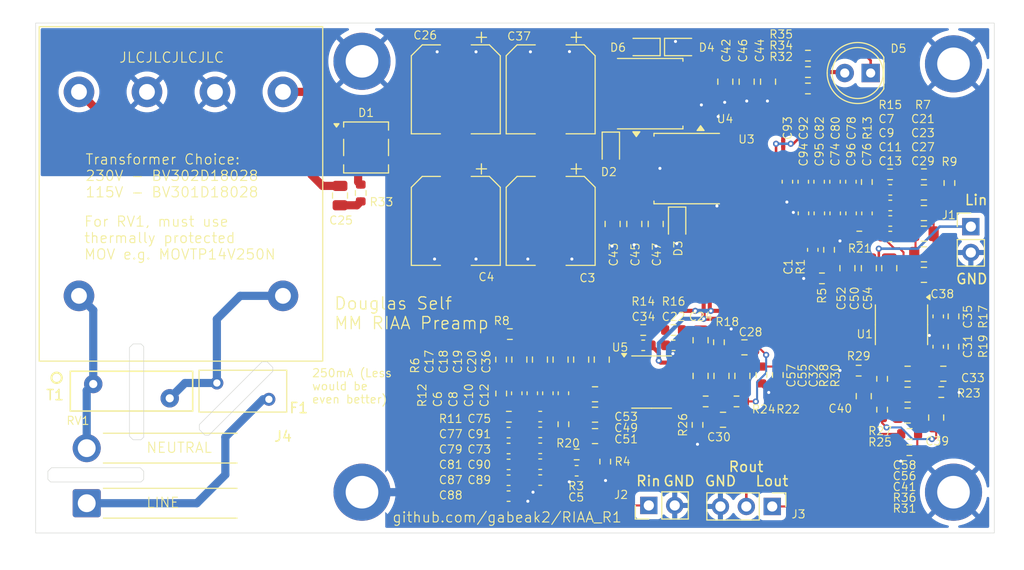
<source format=kicad_pcb>
(kicad_pcb (version 20241229) (generator "pcbnew") (generator_version "9.0")
  (layers (0 "F.Cu" signal) (2 "B.Cu" signal) (13 "F.Paste" user) (15 "B.Paste" user) (5 "F.SilkS" user "F.Silkscreen") (7 "B.SilkS" user "B.Silkscreen") (1 "F.Mask" user) (3 "B.Mask" user) (25 "Edge.Cuts" user))
  (net 0 "")
  (net 1 "GND")
  (net 2 "Net-(D1-+)")
  (net 3 "Net-(C11-Pad2)")
  (net 4 "Net-(C10-Pad2)")
  (net 5 "Net-(C17-Pad2)")
  (net 6 "Net-(C21-Pad2)")
  (net 7 "Net-(C22-Pad2)")
  (net 8 "Net-(C24-Pad1)")
  (net 9 "Net-(C25-Pad2)")
  (net 10 "Net-(C25-Pad1)")
  (net 11 "Net-(D1--)")
  (net 12 "Net-(C28-Pad1)")
  (net 13 "Net-(C32-Pad1)")
  (net 14 "-15V")
  (net 15 "+15V")
  (net 16 "Net-(C73-Pad1)")
  (net 17 "Net-(D1-Pad2)")
  (net 18 "Net-(D5-A)")
  (net 19 "Net-(F1-Pad2)")
  (net 20 "LINE")
  (net 21 "NEUT")
  (net 22 "Net-(R6-Pad2)")
  (net 23 "Net-(R11-Pad2)")
  (net 24 "Net-(R13-Pad2)")
  (net 25 "Net-(R14-Pad2)")
  (net 26 "Net-(R22-Pad1)")
  (net 27 "/OUTL")
  (net 28 "/OUTR")
  (net 29 "/Right/IN")
  (net 30 "Net-(U1A--)")
  (net 31 "Net-(U5A--)")
  (net 32 "Net-(U1B-+)")
  (net 33 "Net-(C31-Pad2)")
  (net 34 "Net-(U1B--)")
  (net 35 "Net-(C33-Pad1)")
  (net 36 "Net-(C39-Pad1)")
  (net 37 "Net-(U5B-+)")
  (net 38 "Net-(C41-Pad1)")
  (net 39 "Net-(U5B--)")
  (net 40 "Net-(U1A-+)")
  (net 41 "Net-(U5A-+)")
  (net 42 "Net-(C74-Pad1)")
  (net 43 "Net-(R7-Pad2)")
  (net 44 "Net-(R17-Pad2)")
  (net 45 "Net-(R25-Pad1)")
  (net 46 "/Left/IN")
  (footprint "Capacitor_SMD:C_0603_1608Metric" (layer "F.Cu") (at 152.9 54.36 90)
    (property "Reference" "C74")
    (property "Value" "22uF")
  )
  (footprint "Capacitor_SMD:C_0805_2012Metric" (layer "F.Cu") (at 163.5 70.085)
    (property "Reference" "C33")
    (property "Value" "470n")
  )
  (footprint "Resistor_SMD:R_0603_1608Metric" (layer "F.Cu") (at 134.075 65.8)
    (property "Reference" "R14")
    (property "Value" "470")
  )
  (footprint "Capacitor_SMD:C_0805_2012Metric" (layer "F.Cu") (at 161.6 54.335)
    (property "Reference" "C23")
    (property "Value" "10n")
  )
  (footprint "Capacitor_SMD:C_0805_2012Metric" (layer "F.Cu") (at 144 67.5 180)
    (property "Reference" "C28")
    (property "Value" "470n")
  )
  (footprint "Capacitor_SMD:C_0603_1608Metric" (layer "F.Cu") (at 120.875 77.418334)
    (property "Reference" "C79")
    (property "Value" "22uF")
  )
  (footprint "Capacitor_SMD:C_0805_2012Metric" (layer "F.Cu") (at 161.6 52.315)
    (property "Reference" "C21")
    (property "Value" "10n")
  )
  (footprint "Capacitor_SMD:C_0603_1608Metric" (layer "F.Cu") (at 158.3 55.11)
    (property "Reference" "C11")
    (property "Value" "4.7n")
  )
  (footprint "Capacitor_SMD:C_0603_1608Metric" (layer "F.Cu") (at 120.875 80.531667)
    (property "Reference" "C87")
    (property "Value" "22uF")
  )
  (footprint "Resistor_SMD:R_0603_1608Metric" (layer "F.Cu") (at 164.5 67.435 -90)
    (property "Reference" "R19")
    (property "Value" "68")
  )
  (footprint "Diode_SMD:D_SOD-323" (layer "F.Cu") (at 130.9 48 -90)
    (property "Reference" "D2")
    (property "Value" "1N5819WS")
  )
  (footprint "Capacitor_SMD:C_0603_1608Metric" (layer "F.Cu") (at 148.211666 51.26 -90)
    (property "Reference" "C93")
    (property "Value" "22uF")
  )
  (footprint "Resistor_SMD:R_0603_1608Metric" (layer "F.Cu") (at 120.14 68.7 90)
    (property "Reference" "R6")
    (property "Value" "62k")
  )
  (footprint "Capacitor_SMD:C_0805_2012Metric" (layer "F.Cu") (at 146.3147 41.45 90)
    (property "Reference" "C44")
    (property "Value" "10u")
  )
  (footprint "Capacitor_SMD:C_0805_2012Metric" (layer "F.Cu") (at 142.125 41.45 90)
    (property "Reference" "C42")
    (property "Value" "100n")
  )
  (footprint "Capacitor_SMD:C_0603_1608Metric" (layer "F.Cu") (at 123.975 77.4 180)
    (property "Reference" "C73")
    (property "Value" "22uF")
  )
  (footprint "Capacitor_SMD:C_0805_2012Metric" (layer "F.Cu") (at 161.6 60.395)
    (property "Reference" "C38")
    (property "Value" "10n")
  )
  (footprint "MountingHole:MountingHole_3.2mm_M3_DIN965_Pad" (layer "F.Cu") (at 106.5 81.7)
    (property "Reference" "H2" (hide yes))
    (property "Value" "MountingHole_Pad")
  )
  (footprint "Capacitor_SMD:C_0805_2012Metric" (layer "F.Cu") (at 154.1 59.735 -90)
    (property "Reference" "C52")
    (property "Value" "10u")
  )
  (footprint "Capacitor_SMD:C_0603_1608Metric" (layer "F.Cu") (at 156.013333 54.36 90)
    (property "Reference" "C76")
    (property "Value" "22uF")
  )
  (footprint "Capacitor_SMD:C_0603_1608Metric" (layer "F.Cu") (at 151.343333 54.36 90)
    (property "Reference" "C95")
    (property "Value" "22uF")
  )
  (footprint "Capacitor_SMD:CP_Elec_8x10.5" (layer "F.Cu") (at 125 42.2 -90)
    (property "Reference" "C37")
    (property "Value" "220u")
  )
  (footprint "Capacitor_SMD:C_0603_1608Metric" (layer "F.Cu") (at 120.875 82.088334)
    (property "Reference" "C88")
    (property "Value" "22uF")
  )
  (footprint "Capacitor_SMD:C_0805_2012Metric" (layer "F.Cu") (at 129.35 76.2)
    (property "Reference" "C51")
    (property "Value" "10u")
  )
  (footprint "Capacitor_SMD:C_0805_2012Metric" (layer "F.Cu") (at 160 70.085 180)
    (property "Reference" "C58")
    (property "Value" "2.2uF")
  )
  (footprint "Resistor_SMD:R_0603_1608Metric" (layer "F.Cu") (at 164.1 51.385 -90)
    (property "Reference" "R9")
    (property "Value" "1.5k")
  )
  (footprint "Capacitor_SMD:C_0603_1608Metric" (layer "F.Cu") (at 150.7 57.935 90)
    (property "Reference" "C1")
    (property "Value" "100p")
  )
  (footprint "Capacitor_SMD:C_0603_1608Metric" (layer "F.Cu") (at 149.768333 51.26 -90)
    (property "Reference" "C92")
    (property "Value" "22uF")
  )
  (footprint "Capacitor_SMD:C_0603_1608Metric" (layer "F.Cu") (at 120.875 75.861667)
    (property "Reference" "C77")
    (property "Value" "22uF")
  )
  (footprint "Capacitor_SMD:C_0805_2012Metric" (layer "F.Cu") (at 131.075 55.4 90)
    (property "Reference" "C43")
    (property "Value" "100n")
  )
  (footprint "Capacitor_SMD:CP_Elec_8x10.5" (layer "F.Cu") (at 115.7 55.1 -90)
    (property "Reference" "C4")
    (property "Value" "220u")
  )
  (footprint "Capacitor_SMD:C_0603_1608Metric" (layer "F.Cu") (at 158.3 52.06)
    (property "Reference" "C7")
    (property "Value" "4.7n")
  )
  (footprint "Resistor_SMD:R_0603_1608Metric" (layer "F.Cu") (at 120.9 74.3 180)
    (property "Reference" "R11")
    (property "Value" "5.1k")
  )
  (footprint "Capacitor_SMD:C_0805_2012Metric" (layer "F.Cu") (at 141.9 74.6)
    (property "Reference" "C30")
    (property "Value" "470n")
  )
  (footprint "Varistor:RV_Disc_D12mm_W3.9mm_P7.5mm" (layer "F.Cu") (at 87.648 72.494 180)
    (property "Reference" "RV1")
    (property "Value" "Varistor Thermally Protected")
  )
  (footprint "LED_THT:LED_D5.0mm" (layer "F.Cu") (at 156.375 40.6 180)
    (property "Reference" "D5")
    (property "Value" "LED")
  )
  (footprint "Resistor_SMD:R_0603_1608Metric" (layer "F.Cu") (at 139.4 75.1 90)
    (property "Reference" "R26")
    (property "Value" "82k")
  )
  (footprint "MountingHole:MountingHole_3.2mm_M3_DIN965_Pad" (layer "F.Cu") (at 106.5 39.45)
    (property "Reference" "H1" (hide yes))
    (property "Value" "MountingHole_Pad")
  )
  (footprint "Capacitor_SMD:C_0603_1608Metric" (layer "F.Cu") (at 121.675 72 90)
    (property "Reference" "C6")
    (property "Value" "4.7n")
  )
  (footprint "Capacitor_SMD:C_0805_2012Metric" (layer "F.Cu") (at 144.21985 41.45 90)
    (property "Reference" "C46")
    (property "Value" "10u")
  )
  (footprint "Diode_SMD:D_SOD-323" (layer "F.Cu") (at 137.775 38.05)
    (property "Reference" "D4")
    (property "Value" "1N5819WS")
  )
  (footprint "Capacitor_SMD:C_0603_1608Metric" (layer "F.Cu") (at 123.975 75.843334 180)
    (property "Reference" "C91")
    (property "Value" "22uF")
  )
  (footprint "Capacitor_SMD:C_0805_2012Metric" (layer "F.Cu") (at 104.345 52.617 90)
    (property "Reference" "C25")
    (property "Value" "470n")
  )
  (footprint "Capacitor_SMD:C_0603_1608Metric" (layer "F.Cu") (at 149.786666 54.36 90)
    (property "Reference" "C94")
    (property "Value" "22uF")
  )
  (footprint "Resistor_SMD:R_0603_1608Metric" (layer "F.Cu") (at 151.6 60.735 180)
    (property "Reference" "R5")
    (property "Value" "68k")
  )
  (footprint "Diode_SMD:D_SOD-323" (layer "F.Cu") (at 137.4 55.35 -90)
    (property "Reference" "D3")
    (property "Value" "1N5819WS")
  )
  (footprint "Resistor_SMD:R_0603_1608Metric" (layer "F.Cu") (at 137.05 65.8)
    (property "Reference" "R16")
    (property "Value" "68")
  )
  (footprint "Capacitor_SMD:C_0805_2012Metric" (layer "F.Cu") (at 161.6 56.355)
    (property "Reference" "C27")
    (property "Value" "10n")
  )
  (footprint "Resistor_SMD:R_0603_1608Metric" (layer "F.Cu") (at 106.377 52.363 90)
    (property "Reference" "R33")
    (property "Value" "120")
  )
  (footprint "Capacitor_SMD:C_0603_1608Metric" (layer "F.Cu") (at 123.975 74.286667 180)
    (property "Reference" "C75")
    (property "Value" "22uF")
  )
  (footprint "Capacitor_SMD:C_0603_1608Metric" (layer "F.Cu") (at 154.456666 54.36 90)
    (property "Reference" "C96")
    (property "Value" "22uF")
  )
  (footprint "MountingHole:MountingHole_3.2mm_M3_DIN965_Pad" (layer "F.Cu") (at 164.5 81.7)
    (property "Reference" "H4" (hide yes))
    (property "Value" "MountingHole_Pad")
  )
  (footprint "Resistor_SMD:R_0603_1608Metric" (layer "F.Cu") (at 150.225 42.115 180)
    (property "Reference" "R32")
    (property "Value" "47k")
  )
  (footprint "Capacitor_SMD:C_0603_1608Metric" (layer "F.Cu") (at 154.438333 51.26 -90)
    (property "Reference" "C78")
    (property "Value" "22uF")
  )
  (footprint "Capacitor_SMD:C_0603_1608Metric" (layer "F.Cu") (at 126.25 72 90)
    (property "Reference" "C12")
    (property "Value" "220p")
  )
  (footprint "Capacitor_SMD:C_0603_1608Metric" (layer "F.Cu") (at 123.2 72 90)
    (property "Reference" "C8")
    (property "Value" "4.7n")
  )
  (footprint "Package_SO:SOIC-8_3.9x4.9mm_P1.27mm" (layer "F.Cu") (at 134.9 70.9)
    (property "Reference" "U5")
    (property "Value" "NE5532")
  )
  (footprint "Package_TO_SOT_SMD:TO-252-2" (layer "F.Cu") (at 134.66 42.625 180)
    (property "Reference" "U4")
    (property "Value" "MC79M15_TO252")
  )
  (footprint "Resistor_SMD:R_0603_1608Metric" (layer "F.Cu") (at 147.271 70.207 90)
    (property "Reference" "R30")
    (property "Value" "100")
  )
  (footprint "Resistor_SMD:R_0603_1608Metric" (layer "F.Cu") (at 155.2 69.785)
    (property "Reference" "R29")
    (property "Value" "82k")
  )
  (footprint "Resistor_SMD:R_0603_1608Metric" (layer "F.Cu") (at 164.5 64.46 -90)
    (property "Reference" "R17")
    (property "Value" "470")
  )
  (footprint "Resistor_SMD:R_0603_1608Metric" (layer "F.Cu") (at 120.15 72.025 90)
    (property "Reference" "R12")
    (property "Value" "120")
  )
  (footprint "Resistor_SMD:R_0603_1608Metric" (layer "F.Cu") (at 160.2 75.985)
    (property "Reference" "R36")
    (property "Value" "100")
  )
  (footprint "Capacitor_SMD:C_0603_1608Metric" (layer "F.Cu") (at 127.55 79.6 180)
    (property "Reference" "C5")
    (property "Value" "100p")
  )
  (footprint "Package_SO:SOIC-8_3.9x4.9mm_P1.27mm" (layer "F.Cu") (at 159.4 65.285 -90)
    (property "Reference" "U1")
    (property "Value" "NE5532")
  )
  (footprint "Capacitor_SMD:C_0805_2012Metric" (layer "F.Cu") (at 121.93 68.7 90)
    (property "Reference" "C17")
    (property "Value" "10n")
  )
  (footprint "MountingHole:MountingHole_3.2mm_M3_DIN965_Pad" (layer "F.Cu") (at 164.5 39.7)
    (property "Reference" "H3" (hide yes))
    (property "Value" "MountingHole_Pad")
  )
  (footprint "Resistor_SMD:R_0603_1608Metric" (layer "F.Cu") (at 157.5 70.585 -90)
    (property "Reference" "R27")
    (property "Value" "47k")
  )
  (footprint "Capacitor_SMD:C_0603_1608Metric" (layer "F.Cu") (at 158.3 56.635)
    (property "Reference" "C13")
    (property "Value" "220p")
  )
  (footprint "Capacitor_SMD:C_0805_2012Metric" (layer "F.Cu") (at 162.8 74.385 90)
    (property "Reference" "C39")
    (property "Value" "470n")
  )
  (footprint "Capacitor_SMD:C_0805_2012Metric" (layer "F.Cu") (at 156.2 59.735 -90)
    (property "Reference" "C50")
    (property "Value" "10u")
  )
  (footprint "Capacitor_SMD:C_0805_2012Metric" (layer "F.Cu") (at 125.97 68.7 90)
    (property "Reference" "C19")
    (property "Value" "10n")
  )
  (footprint "Package_TO_SOT_SMD:TO-269AA" (layer "F.Cu") (at 106.9 47.9)
    (property "Reference" "D1")
    (property "Value" "MB10S")
  )
  (footprint "Capacitor_SMD:C_0805_2012Metric" (layer "F.Cu") (at 135.3 55.4 90)
    (property "Reference" "C47")
    (property "Value" "10u")
  )
  (footprint "Capacitor_SMD:C_0805_2012Metric" (layer "F.Cu") (at 133.2 55.4 90)
    (property "Reference" "C45")
    (property "Value" "10u")
  )
  (footprint "Capacitor_SMD:C_0603_1608Metric" (layer "F.Cu") (at 158.3 53.585)
    (property "Reference" "C9")
    (property "Value" "4.7n")
  )
  (footprint "Capacitor_SMD:C_0805_2012Metric" (layer "F.Cu") (at 127.99 68.7 90)
    (property "Reference" "C20")
    (property "Value" "10n")
  )
  (footprint "Connector_Wire:SolderWire-1sqmm_1x02_P5.4mm_D1.4mm_OD2.7mm_Relief" (layer "F.Cu") (at 79.509 82.782 90)
    (property "Reference" "J4")
    (property "Value" "Conn_01x02")
  )
  (footprint "Capacitor_SMD:C_0805_2012Metric" (layer "F.Cu") (at 158.2 59.735 -90)
    (property "Reference" "C54")
    (property "Value" "2.2u")
  )
  (footprint "Capacitor_SMD:CP_Elec_8x10.5" (layer "F.Cu") (at 125 55.1 -90)
    (property "Reference" "C3")
    (property "Value" "220u")
  )
  (footprint "Connector_PinHeader_2.54mm:PinHeader_1x02_P2.54mm_Vertical" (layer "F.Cu") (at 134.625 83 90)
    (property "Reference" "J2")
    (property "Value" "Conn_01x02")
  )
  (footprint "Resistor_SMD:R_0603_1608Metric" (layer "F.Cu") (at 140.2 72.8)
    (property "Reference" "R24")
    (property "Value" "47k")
  )
  (footprint "Capacitor_SMD:C_0805_2012Metric" (layer "F.Cu") (at 141.75 70.3 -90)
    (property "Reference" "C55")
    (property "Value" "22uF")
  )
  (footprint "gabe_transformers:BV302D18028" (layer "F.Cu") (at 88.75 52.45 90)
    (property "Reference" "T1")
    (property "Value" "BV302D18028")
  )
  (footprint "Capacitor_SMD:C_0603_1608Metric" (layer "F.Cu") (at 137.05 67.3)
    (property "Reference" "C22")
    (property "Value" "4.7n")
  )
  (footprint "Resistor_SMD:R_0603_1608Metric" (layer "F.Cu") (at 141.5 67 -90)
    (property "Reference" "R18")
    (property "Value" "12k")
  )
  (footprint "Fuse:Fuse_BelFuse_0ZRE0008FF_L8.3mm_W3.8mm" (layer "F.Cu") (at 97.37 72.594 180)
    (property "Reference" "F1")
    (property "Value" "Fuse 250mA Slow-Blow")
  )
  (footprint "Resistor_SMD:R_0603_1608Metric" (layer "F.Cu") (at 156 51.285 90)
    (property "Reference" "R13")
    (property "Value" "5.1k")
  )
  (footprint "Diode_SMD:D_SOD-323" (layer "F.Cu") (at 134.125 38.05 180)
    (property "Reference" "D6")
    (property "Value" "1N5819WS")
  )
  (footprint "Capacitor_SMD:C_0805_2012Metric" (layer "F.Cu") (at 143.8 70.3 -90)
    (property "Reference" "C32")
    (property "Value" "22uF")
  )
  (footprint "Capacitor_SMD:C_0603_1608Metric" (layer "F.Cu") (at 123.975 78.956667 180)
    (property "Reference" "C90")
    (property "Value" "22uF")
  )
  (footprint "Capacitor_SMD:C_0805_2012Metric" (layer "F.Cu") (at 161.6 58.375)
    (property "Reference" "C29")
    (property "Value" "10n")
  )
  (footprint "Connector_PinHeader_2.54mm:PinHeader_1x02_P2.54mm_Vertical" (layer "F.Cu") (at 166.2 55.66)
    (property "Reference" "J1")
    (property "Value" "Conn_01x02")
  )
  (footprint "Resistor_SMD:R_0603_1608Metric" (layer "F.Cu") (at 127.55 78 180)
    (property "Reference" "R3")
    (property "Value" "220k")
  )
  (footprint "Capacitor_SMD:C_0805_2012Metric" (layer "F.Cu") (at 130.01 68.7 90)
    (property "Reference" "C36")
    (property "Value" "10n")
  )
  (footprint "Capacitor_SMD:C_0805_2012Metric" (layer "F.Cu") (at 155.7 72.285 -90)
    (property "Reference" "C40")
    (property "Value" "470n")
  )
  (footprint "Resistor_SMD:R_0603_1608Metric" (layer "F.Cu") (at 155.263333 56.635)
    (property "Reference" "R21")
    (property "Value" "220")
  )
  (footprint "Resistor_SMD:R_0603_1608Metric" (layer "F.Cu") (at 145.6705 70.207 90)
    (property "Reference" "R28")
    (property "Value" "22k")
  )
  (footprint "Capacitor_SMD:C_0805_2012Metric" (layer "F.Cu") (at 129.35 74.1)
    (property "Reference" "C49")
    (property "Value" "10u")
  )
  (footprint "Capacitor_SMD:C_0805_2012Metric" (layer "F.Cu") (at 160 74.185 180)
    (property "Reference" "C41")
    (property "Value" "22uF")
  )
  (footprint "Capacitor_SMD:C_0805_2012Metric" (layer "F.Cu") (at 139.7 70.3 -90)
    (property "Reference" "C57")
    (property "Value" "2.2uF")
  )
  (footprint "Connector_PinHeader_2.54mm:PinHeader_1x03_P2.54mm_Vertical" (layer "F.Cu") (at 146.725 83.1 -90)
    (property "Reference" "J3")
    (property "Value" "Conn_01x03")
  )
  (footprint "Resistor_SMD:R_0603_1608Metric" (layer "F.Cu") (at 126.25 75.036667 90)
    (property "Reference" "R20")
    (property "Value" "220")
  )
  (footprint "Resistor_SMD:R_0603_1608Metric" (layer "F.Cu") (at 157.5 73.61 -90)
    (property "Reference" "R25")
    (property "Value" "200")
  )
  (footprint "Resistor_SMD:R_0603_1608Metric" (layer "F.Cu") (at 130.35 78.7 -90)
    (property "Reference" "R4")
    (property "Value" "68k")
  )
  (footprint "Resistor_SMD:R_0603_1608Metric" (layer "F.Cu") (at 121 66.2)
    (property "Reference" "R8")
    (property "Value" "1.5k")
  )
  (footprint "Capacitor_SMD:C_0603_1608Metric" (layer "F.Cu") (at 163 67.435 -90)
    (property "Reference" "C31")
    (property "Value" "4.7n")
  )
  (footprint "Capacitor_SMD:C_0603_1608Metric" (layer "F.Cu") (at 124.725 72 90)
    (property "Reference" "C10")
    (property "Value" "4.7n")
  )
  (footprint "Capacitor_SMD:C_0603_1608Metric" (layer "F.Cu") (at 151.325 51.26 -90)
    (property "Reference" "C82")
    (property "Value" "22uF")
  )
  (footprint "Capacitor_SMD:C_0603_1608Metric" (layer "F.Cu") (at 120.875 78.975)
    (property "Reference" "C81")
    (property "Value" "22uF")
  )
  (footprint "Resistor_SMD:R_0603_1608Metric" (layer "F.Cu") (at 160.175 77.585)
    (property "Reference" "R31")
    (property "Value" "22k")
  )
  (footprint "Resistor_SMD:R_0603_1608Metric" (layer "F.Cu") (at 163.3 71.885 180)
    (property "Reference" "R23")
    (property "Value" "12k")
  )
  (footprint "Capacitor_SMD:C_0603_1608Metric" (layer "F.Cu") (at 163 64.46 -90)
    (property "Reference" "C35")
    (property "Value" "100n")
  )
  (footprint "Capacitor_SMD:CP_Elec_8x10.5" (layer "F.Cu") (at 115.7 42.2 -90)
    (property "Reference" "C26")
    (property "Value" "220u")
  )
  (footprint "Resistor_SMD:R_0603_1608Metric" (layer "F.Cu") (at 158.275 50.535)
    (property "Reference" "R15")
    (property "Value" "120")
  )
  (footprint "Resistor_SMD:R_0603_1608Metric" (layer "F.Cu") (at 150.225 38.9 180)
    (property "Reference" "R35")
    (property "Value" "47k")
  )
  (footprint "Capacitor_SMD:C_0805_2012Metric" (layer "F.Cu") (at 160 72.135 180)
    (property "Reference" "C56")
    (property "Value" "22uF")
  )
  (footprint "Resistor_SMD:R_0603_1608Metric" (layer "F.Cu") (at 143.225 72.8)
    (property "Reference" "R22")
    (property "Value" "200")
  )
  (footprint "Capacitor_SMD:C_0603_1608Metric" (layer "F.Cu") (at 123.975 80.513334 180)
    (property "Reference" "C89")
    (property "Value" "22uF")
  )
  (footprint "Capacitor_SMD:C_0603_1608Metric" (layer "F.Cu") (at 152.881666 51.26 -90)
    (property "Reference" "C80")
    (property "Value" "22uF")
  )
  (footprint "Resistor_SMD:R_0603_1608Metric" (layer "F.Cu") (at 152.3 57.935 90)
    (property "Reference" "R1")
    (property "Value" "220k")
  )
  (footprint "Capacitor_SMD:C_0805_2012Metric" (layer "F.Cu") (at 139.7 66.8 90)
    (property "Reference" "C24")
    (property "Value" "470n")
  )
  (footprint "Resistor_SMD:R_0603_1608Metric" (layer "F.Cu") (at 150.225 40.5075 180)
    (property "Reference" "R34")
    (property "Value" "47k")
  )
  (footprint "Capacitor_SMD:C_0603_1608Metric" (layer "F.Cu") (at 134.075 67.3)
    (property "Reference" "C34")
    (property "Value" "100n")
  )
  (footprint "Resistor_SMD:R_0603_1608Metric" (layer "F.Cu") (at 161.6 50.525)
    (property "Reference" "R7")
    (property "Value" "62k")
  )
  (footprint "Package_TO_SOT_SMD:TO-252-2" (layer "F.Cu") (at 138.44 49.9725)
    (property "Reference" "U3")
    (property "Value" "MC78M15_TO252")
  )
  (footprint "Capacitor_SMD:C_0805_2012Metric" (layer "F.Cu") (at 129.35 72.1)
    (property "Reference" "C53")
    (property "Value" "2.2u")
  )
  (footprint "Capacitor_SMD:C_0805_2012Metric" (layer "F.Cu") (at 123.95 68.7 90)
    (property "Reference" "C18")
    (property "Value" "10n")
  )
  (gr_poly (pts (xy 90.5538 75.066301) (xy 90.5538 75.561276) (xy 91.110647 76.118122) (xy 91.481878 76.118122) (xy 97.75745 69.84255) (xy 97.75745 69.471319) (xy 97.200604 68.914472) (xy 96.705629 68.914472)) (stroke (width 0.05)) (fill no) (layer "Edge.Cuts"))
  (gr_poly (pts (xy 83.7 76.2125) (xy 84.05 76.5625) (xy 84.8375 76.5625) (xy 85.1 76.3) (xy 85.1 67.425) (xy 84.8375 67.1625) (xy 84.05 67.1625) (xy 83.7 67.5125)) (stroke (width 0.05)) (fill no) (layer "Edge.Cuts"))
  (gr_rect (start 74.5 35.7) (end 168.5 85.7) (stroke (width 0.05)) (fill no) (layer "Edge.Cuts"))
  (gr_poly (pts (xy 76.05 79.3) (xy 75.7 79.65) (xy 75.7 80.4375) (xy 75.9625 80.7) (xy 84.8375 80.7) (xy 85.1 80.4375) (xy 85.1 79.65) (xy 84.75 79.3)) (stroke (width 0.05)) (fill no) (layer "Edge.Cuts"))
  (gr_text "GND" (at 140.032 81.192 0) (layer "F.SilkS") (effects (font (size 1 1)) (justify left bottom)))
  (gr_text "GND" (at 135.968 81.192 0) (layer "F.SilkS") (effects (font (size 1 1)) (justify left bottom)))
  (gr_text "Rin" (at 133.301 81.192 0) (layer "F.SilkS") (effects (font (size 1 1)) (justify left bottom)))
  (gr_text "NEUTRAL" (at 85.295 77.9215 0) (layer "F.SilkS") (effects (font (size 1 1) (thickness 0.1)) (justify left bottom)))
  (gr_text "For RV1, must use \nthermally protected \nMOV e.g. MOVTP14V250N" (at 79.199 58.967 0) (layer "F.SilkS") (effects (font (size 1 1) (thickness 0.1)) (justify left bottom)))
  (gr_text "250mA (Less \nwould be \neven better)" (at 101.551 73.064 0) (layer "F.SilkS") (effects (font (size 0.8 0.8) (thickness 0.1)) (justify left bottom)))
  (gr_text "Lout" (at 145.004762 81.192 0) (layer "F.SilkS") (effects (font (size 1 1)) (justify left bottom)))
  (gr_text "github.com/gabeak2/RIAA_R1" (at 109.425 84.748 0) (layer "F.SilkS") (effects (font (size 1 1) (thickness 0.1)) (justify left bottom)))
  (gr_text "GND" (at 164.67 61.38 0) (layer "F.SilkS") (effects (font (size 1 1)) (justify left bottom)))
  (gr_text "Rout" (at 142.369524 79.795 0) (layer "F.SilkS") (effects (font (size 1 1)) (justify left bottom)))
  (gr_text "LINE" (at 85.295 83.3215 0) (layer "F.SilkS") (effects (font (size 1 1) (thickness 0.1)) (justify left bottom)))
  (gr_text "Lin" (at 165.527143 53.633 0) (layer "F.SilkS") (effects (font (size 1 1)) (justify left bottom)))
  (gr_text "JLCJLCJLCJLC" (at 82.628 39.663 0) (layer "F.SilkS") (effects (font (size 1 1) (thickness 0.1)) (justify left bottom)))
  (gr_text "Transformer Choice:\n230V - BV302D18028 \n115V - BV301D18028" (at 79.326 52.871 0) (layer "F.SilkS") (effects (font (size 1 1) (thickness 0.1)) (justify left bottom)))
  (gr_text "Douglas Self\nMM RIAA Preamp" (at 103.71 65.825 0) (layer "F.SilkS") (effects (font (size 1.2 1.2) (thickness 0.12)) (justify left bottom)))
  (segment (start 151.325 53.566667) (end 151.343333 53.585) (width 0.2) (layer "F.Cu") (net 1))
  (segment (start 126.775 79.6) (end 126.775 80.635) (width 0.2) (layer "F.Cu") (net 1))
  (segment (start 137.4 57.281) (end 137.365 57.316) (width 0.25) (layer "F.Cu") (net 1))
  (segment (start 148.211666 53.200334) (end 148.16 53.252) (width 0.2) (layer "F.Cu") (net 1))
  (segment (start 123.181667 78.975) (end 123.2 78.956667) (width 0.2) (layer "F.Cu") (net 1))
  (segment (start 139.7 49.9725) (end 135.7365 49.9725) (width 0.8) (layer "F.Cu") (net 1))
  (segment (start 133.2 56.35) (end 133.2 57.417) (width 0.4) (layer "F.Cu") (net 1))
  (segment (start 150.775 60.735) (end 149.821 60.735) (width 0.25) (layer "F.Cu") (net 1))
  (segment (start 121.65 80.531667) (end 123.181667 80.531667) (width 0.2) (layer "F.Cu") (net 1))
  (segment (start 145.62 71.0825) (end 145.6705 71.032) (width 0.25) (layer "F.Cu") (net 1))
  (segment (start 123.181667 75.861667) (end 123.2 75.843334) (width 0.2) (layer "F.Cu") (net 1))
  (segment (start 123.2 80.513334) (end 123.2 81.632) (width 0.2) (layer "F.Cu") (net 1))
  (segment (start 152.3 57.11) (end 153.319 57.11) (width 0.2) (layer "F.Cu") (net 1))
  (segment (start 125 58.8) (end 127.038 58.8) (width 0.8) (layer "F.Cu") (net 1))
  (segment (start 136.725 38.017) (end 137.238 37.504) (width 0.4) (layer "F.Cu") (net 1))
  (segment (start 139.4 76.998) (end 139.397 77.001) (width 0.25) (layer "F.Cu") (net 1))
  (segment (start 141.5 66.175) (end 142.222 66.175) (width 0.25) (layer "F.Cu") (net 1))
  (segment (start 139.7 44.905) (end 139.7 43.805) (width 0.4) (layer "F.Cu") (net 1))
  (segment (start 148.211666 52.035) (end 148.211666 53.200334) (width 0.2) (layer "F.Cu") (net 1))
  (segment (start 136.275 67.3) (end 136.275 67.402) (width 0.25) (layer "F.Cu") (net 1))
  (segment (start 149.478 53.585) (end 148.795 54.268) (width 0.2) (layer "F.Cu") (net 1))
  (segment (start 142.222 66.175) (end 142.699 65.698) (width 0.25) (layer "F.Cu") (net 1))
  (segment (start 151.325 52.035) (end 151.325 53.566667) (width 0.2) (layer "F.Cu") (net 1))
  (segment (start 115.7 38.5) (end 113.89 38.5) (width 0.8) (layer "F.Cu") (net 1))
  (segment (start 145.62 71.159) (end 145.62 71.0825) (width 0.25) (layer "F.Cu") (net 1))
  (segment (start 121.65 75.861667) (end 123.181667 75.861667) (width 0.2) (layer "F.Cu") (net 1))
  (segment (start 165.051 71.921) (end 164.161 71.921) (width 0.25) (layer "F.Cu") (net 1))
  (segment (start 135.3 56.35) (end 135.3 57.537) (width 0.4) (layer "F.Cu") (net 1))
  (segment (start 136.275 67.402) (end 136.984 68.111) (width 0.25) (layer "F.Cu") (net 1))
  (segment (start 156.013333 53.585) (end 149.786666 53.585) (width 0.2) (layer "F.Cu") (net 1))
  (segment (start 141.375 53.56) (end 141.302 53.633) (width 0.8) (layer "F.Cu") (net 1))
  (segment (start 146.382 71.921) (end 145.62 71.159) (width 0.25) (layer "F.Cu") (net 1))
  (segment (start 123.181666 77.418334) (end 123.2 77.4) (width 0.2) (layer "F.Cu") (net 1))
  (segment (start 153.319 57.11) (end 153.367 57.062) (width 0.2) (layer "F.Cu") (net 1))
  (segment (start 117.64 58.8) (end 117.68 58.84) (width 0.8) (layer "F.Cu") (net 1))
  (segment (start 153.39 69.785) (end 153.367 69.762) (width 0.25) (layer "F.Cu") (net 1))
  (segment (start 164.161 71.921) (end 164.125 71.885) (width 0.25) (layer "F.Cu") (net 1))
  (segment (start 162.457 66.66) (end 162.13 66.333) (width 0.25) (layer "F.Cu") (net 1))
  (segment (start 139.7 44.905) (end 141.394 44.905) (width 0.4) (layer "F.Cu") (net 1))
  (segment (start 127.038 58.8) (end 127.078 58.84) (width 0.8) (layer "F.Cu") (net 1))
  (segment (start 137.4 56.4) (end 137.4 57.281) (width 0.4) (layer "F.Cu") (net 1))
  (segment (start 115.7 58.8) (end 117.64 58.8) (width 0.8) (layer "F.Cu") (net 1))
  (segment (start 135.3 57.537) (end 135.333 57.57) (width 0.25) (layer "F.Cu") (net 1))
  (segment (start 122.259334 82.088334) (end 122.76 82.589) (width 0.2) (layer "F.Cu") (net 1))
  (segment (start 126.844 38.5) (end 125 38.5) (width 0.8) (layer "F.Cu") (net 1))
  (segment (start 136.725 38.05) (end 136.725 38.017) (width 0.4) (layer "F.Cu") (net 1))
  (segment (start 146.3147 42.4) (end 146.3147 43.2863) (width 0.4) (layer "F.Cu") (net 1))
  (segment (start 115.7 58.8) (end 113.656 58.8) (width 0.8) (layer "F.Cu") (net 1))
  (segment (start 130.35 80.527) (end 130.38 80.557) (width 0.25) (layer "F.Cu") (net 1))
  (segment (start 133.2 57.417) (end 133.174 57.443) (width 0.25) (layer "F.Cu") (net 1))
  (segment (start 141.375 51.4975) (end 141.375 53.56) (width 0.8) (layer "F.Cu") (net 1))
  (segment (start 121.65 77.418334) (end 123.181666 77.418334) (width 0.2) (layer "F.Cu") (net 1))
  (segment (start 154.438333 53.566667) (end 154.456666 53.585) (width 0.2) (layer "F.Cu") (net 1))
  (segment (start 121.65 82.088334) (end 121.65 75.861667) (width 0.2) (layer "F.Cu") (net 1))
  (segment (start 139.4 75.925) (end 139.4 76.998) (width 0.25) (layer "F.Cu") (net 1))
  (segment (start 152.881666 53.566666) (end 152.9 53.585) (width 0.2) (layer "F.Cu") (net 1))
  (segment (start 131.075 56.35) (end 131.075 57.51) (width 0.4) (layer "F.Cu") (net 1))
  (segment (start 126.725 79.55) (end 126.775 79.6) (width 0.2) (layer "F.Cu") (net 1))
  (segment (start 159.35 77.585) (end 159.35 78.638) (width 0.25) (layer "F.Cu") (net 1))
  (segment (start 117.66 38.5) (end 117.68 38.52) (width 0.8) (layer "F.Cu") (net 1))
  (segment (start 154.375 69.785) (end 153.39 69.785) (width 0.25) (layer "F.Cu") (net 1))
  (segment (start 123.2 74.286667) (end 123.2 80.513334) (width 0.2) (layer "F.Cu") (net 1))
  (segment (start 123.2 81.632) (end 123.268 81.7) (width 0.2) (layer "F.Cu") (net 1))
  (segment (start 141.394 44.905) (end 141.429 44.87) (width 0.4) (layer "F.Cu") (net 1))
  (segment (start 144.21985 42.4) (end 144.21985 43.34285) (width 0.4) (layer "F.Cu") (net 1))
  (segment (start 139.7 43.805) (end 139.778 43.727) (width 0.4) (layer "F.Cu") (net 1))
  (segment (start 146.3147 43.2863) (end 146.255 43.346) (width 0.4) (layer "F.Cu") (net 1))
  (segment (start 125 38.5) (end 123.034 38.5) (width 0.8) (layer "F.Cu") (net 1))
  (segment (start 150.75 57.11) (end 150.7 57.16) (width 0.2) (layer "F.Cu") (net 1))
  (segment (start 126.725 78) (end 126.725 79.55) (width 0.2) (layer "F.Cu") (net 1))
  (segment (start 154.438333 52.035) (end 154.438333 53.566667) (width 0.2) (layer "F.Cu") (net 1))
  (segment (start 135.7365 49.9725) (end 135.714 49.95) (width 0.8) (layer "F.Cu") (net 1))
  (segment (start 149.786666 53.585) (end 149.478 53.585) (width 0.2) (layer "F.Cu") (net 1))
  (segment (start 113.656 58.8) (end 113.616 58.84) (width 0.8) (layer "F.Cu") (net 1))
  (segment (start 126.775 80.635) (end 126.824 80.684) (width 0.2) (layer "F.Cu") (net 1))
  (segment (start 149.768333 52.035) (end 149.768333 53.566667) (width 0.2) (layer "F.Cu") (net 1))
  (segment (start 142.125 43.412) (end 142.064 43.473) (width 0.4) (layer "F.Cu") (net 1))
  (segment (start 130.35 79.525) (end 130.35 80.527) (width 0.25) (layer "F.Cu") (net 1))
  (segment (start 149.821 60.735) (end 149.811 60.745) (width 0.25) (layer "F.Cu") (net 1))
  (segment (start 121.65 82.088334) (end 122.259334 82.088334) (width 0.2) (layer "F.Cu") (net 1))
  (segment (start 123.181667 80.531667) (end 123.2 80.513334) (width 0.2) (layer "F.Cu") (net 1))
  (segment (start 159.35 78.638) (end 159.336 78.652) (width 0.25) (layer "F.Cu") (net 1))
  (segment (start 123.034 38.5) (end 123.014 38.52) (width 0.8) (layer "F.Cu") (net 1))
  (segment (start 163 66.66) (end 162.457 66.66) (width 0.25) (layer "F.Cu") (net 1))
  (segment (start 142.125 42.4) (end 142.125 43.412) (width 0.4) (layer "F.Cu") (net 1))
  (segment (start 131.075 57.51) (end 131.015 57.57) (width 0.25) (layer "F.Cu") (net 1))
  (segment (start 122.8 58.8) (end 122.76 58.84) (width 0.8) (layer "F.Cu") (net 1))
  (segment (start 125 58.8) (end 122.8 58.8) (width 0.8) (layer "F.Cu") (net 1))
  (segment (start 148.211666 52.035) (end 154.438333 52.035) (width 0.2) (layer "F.Cu") (net 1))
  (segment (start 152.881666 52.035) (end 152.881666 53.566666) (width 0.2) (layer "F.Cu") (net 1))
  (segment (start 149.768333 53.566667) (end 149.786666 53.585) (width 0.2) (layer "F.Cu") (net 1))
  (segment (start 121.65 78.975) (end 123.181667 78.975) (width 0.2) (layer "F.Cu") (net 1))
  (segment (start 152.3 57.11) (end 150.75 57.11) (width 0.2) (layer "F.Cu") (net 1))
  (segment (start 115.7 38.5) (end 117.66 38.5) (width 0.8) (layer "F.Cu") (net 1))
  (segment (start 113.89 38.5) (end 113.87 38.52) (width 0.8) (layer "F.Cu") (net 1))
  (segment (start 144.21985 43.34285) (end 144.223 43.346) (width 0.4) (layer "F.Cu") (net 1))
  (via (at 139.397 77.001) (size 0.6) (drill 0.3) (layers "F.Cu" "B.Cu") (net 1))
  (via (at 153.367 57.062) (size 0.6) (drill 0.3) (layers "F.Cu" "B.Cu") (net 1))
  (via (at 141.302 53.633) (size 0.6) (drill 0.3) (layers "F.Cu" "B.Cu") (net 1))
  (via (at 148.795 54.268) (size 0.6) (drill 0.3) (layers "F.Cu" "B.Cu") (net 1))
  (via (at 122.76 82.589) (size 0.6) (drill 0.3) (layers "F.Cu" "B.Cu") (net 1))
  (via (at 137.365 57.316) (size 0.6) (drill 0.3) (layers "F.Cu" "B.Cu") (net 1))
  (via (at 126.844 38.5) (size 0.6) (drill 0.3) (layers "F.Cu" "B.Cu") (net 1))
  (via (at 127.078 58.84) (size 0.6) (drill 0.3) (layers "F.Cu" "B.Cu") (net 1))
  (via (at 113.616 58.84) (size 0.6) (drill 0.3) (layers "F.Cu" "B.Cu") (net 1))
  (via (at 113.87 38.52) (size 0.6) (drill 0.3) (layers "F.Cu" "B.Cu") (net 1))
  (via (at 135.714 49.95) (size 0.6) (drill 0.3) (layers "F.Cu" "B.Cu") (net 1))
  (via (at 139.778 43.727) (size 0.6) (drill 0.3) (layers "F.Cu" "B.Cu") (net 1))
  (via (at 117.68 38.52) (size 0.6) (drill 0.3) (layers "F.Cu" "B.Cu") (net 1))
  (via (at 142.699 65.698) (size 0.6) (drill 0.3) (layers "F.Cu" "B.Cu") (net 1))
  (via (at 142.064 43.473) (size 0.6) (drill 0.3) (layers "F.Cu" "B.Cu") (net 1))
  (via (at 122.76 58.84) (size 0.6) (drill 0.3) (layers "F.Cu" "B.Cu") (net 1))
  (via (at 136.984 68.111) (size 0.6) (drill 0.3) (layers "F.Cu" "B.Cu") (net 1))
  (via (at 146.255 43.346) (size 0.6) (drill 0.3) (layers "F.Cu" "B.Cu") (net 1))
  (via (at 159.336 78.652) (size 0.6) (drill 0.3) (layers "F.Cu" "B.Cu") (net 1))
  (via (at 130.38 80.557) (size 0.6) (drill 0.3) (layers "F.Cu" "B.Cu") (net 1))
  (via (at 133.174 57.443) (size 0.6) (drill 0.3) (layers "F.Cu" "B.Cu") (net 1))
  (via (at 149.811 60.745) (size 0.6) (drill 0.3) (layers "F.Cu" "B.Cu") (net 1))
  (via (at 153.367 69.762) (size 0.6) (drill 0.3) (layers "F.Cu" "B.Cu") (net 1))
  (via (at 162.13 66.333) (size 0.6) (drill 0.3) (layers "F.Cu" "B.Cu") (net 1))
  (via (at 117.68 58.84) (size 0.6) (drill 0.3) (layers "F.Cu" "B.Cu") (net 1))
  (via (at 137.238 37.504) (size 0.6) (drill 0.3) (layers "F.Cu" "B.Cu") (net 1))
  (via (at 135.333 57.57) (size 0.6) (drill 0.3) (layers "F.Cu" "B.Cu") (net 1))
  (via (at 123.014 38.52) (size 0.6) (drill 0.3) (layers "F.Cu" "B.Cu") (net 1))
  (via (at 131.015 57.57) (size 0.6) (drill 0.3) (layers "F.Cu" "B.Cu") (net 1))
  (via (at 146.382 71.921) (size 0.6) (drill 0.3) (layers "F.Cu" "B.Cu") (net 1))
  (via (at 123.268 81.7) (size 0.6) (drill 0.3) (layers "F.Cu" "B.Cu") (net 1))
  (via (at 141.429 44.87) (size 0.6) (drill 0.3) (layers "F.Cu" "B.Cu") (net 1))
  (via (at 126.824 80.684) (size 0.6) (drill 0.3) (layers "F.Cu" "B.Cu") (net 1))
  (via (at 165.051 71.921) (size 0.6) (drill 0.3) (layers "F.Cu" "B.Cu") (net 1))
  (via (at 148.16 53.252) (size 0.6) (drill 0.3) (layers "F.Cu" "B.Cu") (net 1))
  (via (at 144.223 43.346) (size 0.6) (drill 0.3) (layers "F.Cu" "B.Cu") (net 1))
  (segment (start 106.5 81.7) (end 112.2 81.7) (width 0.8) (layer "B.Cu") (net 1))
  (segment (start 109.975 49.992) (end 111.383 51.4) (width 0.8) (layer "F.Cu") (net 2))
  (segment (start 111.383 51.4) (end 115.7 51.4) (width 0.8) (layer "F.Cu") (net 2))
  (segment (start 128.9 48) (end 128.9 50) (width 0.4) (layer "F.Cu") (net 2))
  (segment (start 129.95 46.95) (end 128.9 48) (width 0.4) (layer "F.Cu") (net 2))
  (segment (start 128.9 50) (end 127.5 51.4) (width 0.4) (layer "F.Cu") (net 2))
  (segment (start 109.975 49.17) (end 109.975 49.992) (width 0.8) (layer "F.Cu") (net 2))
  (segment (start 131.6425 47.6925) (end 130.9 46.95) (width 0.4) (layer "F.Cu") (net 2))
  (segment (start 133.4 47.6925) (end 131.6425 47.6925) (width 0.4) (layer "F.Cu") (net 2))
  (segment (start 127.5 51.4) (end 125 51.4) (width 0.4) (layer "F.Cu") (net 2))
  (segment (start 115.7 51.4) (end 125 51.4) (width 0.8) (layer "F.Cu") (net 2))
  (segment (start 130.9 46.95) (end 129.95 46.95) (width 0.4) (layer "F.Cu") (net 2))
  (segment (start 160.765 50.535) (end 160.775 50.525) (width 0.2) (layer "F.Cu") (net 3))
  (segment (start 159.1 56.61) (end 159.075 56.635) (width 0.2) (layer "F.Cu") (net 3))
  (segment (start 160.65 56.355) (end 159.355 56.355) (width 0.2) (layer "F.Cu") (net 3))
  (segment (start 159.355 56.355) (end 159.075 56.635) (width 0.2) (layer "F.Cu") (net 3))
  (segment (start 159.15 54.335) (end 160.65 54.335) (width 0.2) (layer "F.Cu") (net 3))
  (segment (start 159.1 50.535) (end 160.765 50.535) (width 0.2) (layer "F.Cu") (net 3))
  (segment (start 160.395 52.06) (end 160.65 52.315) (width 0.2) (layer "F.Cu") (net 3))
  (segment (start 159.075 52.06) (end 160.395 52.06) (width 0.2) (layer "F.Cu") (net 3))
  (segment (start 159.1 50.535) (end 159.1 54.285) (width 0.2) (layer "F.Cu") (net 3))
  (segment (start 159.1 54.285) (end 159.15 54.335) (width 0.2) (layer "F.Cu") (net 3))
  (segment (start 159.1 54.285) (end 159.1 56.61) (width 0.2) (layer "F.Cu") (net 3))
  (segment (start 160.775 60.27) (end 160.65 60.395) (width 0.2) (layer "F.Cu") (net 3))
  (segment (start 160.775 50.525) (end 160.775 60.27) (width 0.2) (layer "F.Cu") (net 3))
  (segment (start 123.95 71.15) (end 123.95 69.65) (width 0.2) (layer "F.Cu") (net 4))
  (segment (start 121.675 71.225) (end 121.675 69.905) (width 0.2) (layer "F.Cu") (net 4))
  (segment (start 120.15 71.2) (end 123.9 71.2) (width 0.2) (layer "F.Cu") (net 4))
  (segment (start 123.9 71.2) (end 126.225 71.2) (width 0.2) (layer "F.Cu") (net 4))
  (segment (start 121.675 69.905) (end 121.93 69.65) (width 0.2) (layer "F.Cu") (net 4))
  (segment (start 120.15 69.535) (end 120.14 69.525) (width 0.2) (layer "F.Cu") (net 4))
  (segment (start 123.9 71.2) (end 123.95 71.15) (width 0.2) (layer "F.Cu") (net 4))
  (segment (start 126.225 71.2) (end 126.25 71.225) (width 0.2) (layer "F.Cu") (net 4))
  (segment (start 125.97 69.65) (end 125.97 70.945) (width 0.2) (layer "F.Cu") (net 4))
  (segment (start 120.14 69.525) (end 129.885 69.525) (width 0.2) (layer "F.Cu") (net 4))
  (segment (start 120.15 71.2) (end 120.15 69.535) (width 0.2) (layer "F.Cu") (net 4))
  (segment (start 125.97 70.945) (end 126.25 71.225) (width 0.2) (layer "F.Cu") (net 4))
  (segment (start 129.885 69.525) (end 130.01 69.65) (width 0.2) (layer "F.Cu") (net 4))
  (segment (start 133.25 65.8) (end 130.9 65.8) (width 0.2) (layer "F.Cu") (net 5))
  (segment (start 130.01 67.75) (end 131.85 67.75) (width 0.2) (layer "F.Cu") (net 5))
  (segment (start 121.93 67.75) (end 130.01 67.75) (width 0.2) (layer "F.Cu") (net 5))
  (segment (start 132.425 68.325) (end 132.425 68.995) (width 0.2) (layer "F.Cu") (net 5))
  (segment (start 121.825 67.645) (end 121.93 67.75) (width 0.2) (layer "F.Cu") (net 5))
  (segment (start 121.825 66.2) (end 121.825 67.645) (width 0.2) (layer "F.Cu") (net 5))
  (segment (start 131.85 67.75) (end 132.425 68.325) (width 0.2) (layer "F.Cu") (net 5))
  (segment (start 130.01 66.69) (end 130.01 67.75) (width 0.2) (layer "F.Cu") (net 5))
  (segment (start 130.9 65.8) (end 130.01 66.69) (width 0.2) (layer "F.Cu") (net 5))
  (segment (start 164.5 63.635) (end 164.5 61.285) (width 0.2) (layer "F.Cu") (net 6))
  (segment (start 162.655 52.21) (end 162.55 52.315) (width 0.2) (layer "F.Cu") (net 6))
  (segment (start 163.61 60.395) (end 162.55 60.395) (width 0.2) (layer "F.Cu") (net 6))
  (segment (start 164.5 61.285) (end 163.61 60.395) (width 0.2) (layer "F.Cu") (net 6))
  (segment (start 162.55 52.315) (end 162.55 60.395) (width 0.2) (layer "F.Cu") (net 6))
  (segment (start 161.975 62.81) (end 161.305 62.81) (width 0.2) (layer "F.Cu") (net 6))
  (segment (start 162.55 60.395) (end 162.55 62.235) (width 0.2) (layer "F.Cu") (net 6))
  (segment (start 162.55 62.235) (end 161.975 62.81) (width 0.2) (layer "F.Cu") (net 6))
  (segment (start 164.1 52.21) (end 162.655 52.21) (width 0.2) (layer "F.Cu") (net 6))
  (segment (start 139.65 65.8) (end 139.7 65.85) (width 0.2) (layer "F.Cu") (net 7))
  (segment (start 137.875 67.25) (end 137.825 67.3) (width 0.2) (layer "F.Cu") (net 7))
  (segment (start 137.875 65.8) (end 137.875 67.25) (width 0.2) (layer "F.Cu") (net 7))
  (segment (start 137.875 65.8) (end 139.65 65.8) (width 0.2) (layer "F.Cu") (net 7))
  (segment (start 141.5 67.825) (end 142.725 67.825) (width 0.2) (layer "F.Cu") (net 8))
  (segment (start 142.725 67.825) (end 143.05 67.5) (width 0.2) (layer "F.Cu") (net 8))
  (segment (start 141.425 67.75) (end 141.5 67.825) (width 0.2) (layer "F.Cu") (net 8))
  (segment (start 139.7 67.75) (end 141.425 67.75) (width 0.2) (layer "F.Cu") (net 8))
  (segment (start 82.93 46.63) (end 101.551 46.63) (width 0.8) (layer "F.Cu") (net 9))
  (segment (start 102.633 51.667) (end 101.551 50.585) (width 0.8) (layer "F.Cu") (net 9))
  (segment (start 78.75 42.45) (end 82.93 46.63) (width 0.8) (layer "F.Cu") (net 9))
  (segment (start 101.551 50.585) (end 101.551 46.63) (width 0.8) (layer "F.Cu") (net 9))
  (segment (start 101.551 46.63) (end 103.825 46.63) (width 0.8) (layer "F.Cu") (net 9))
  (segment (start 104.345 51.667) (end 102.633 51.667) (width 0.8) (layer "F.Cu") (net 9))
  (segment (start 105.998 53.567) (end 106.377 53.188) (width 0.8) (layer "F.Cu") (net 10))
  (segment (start 104.345 53.567) (end 105.998 53.567) (width 0.8) (layer "F.Cu") (net 10))
  (segment (start 133.075 39.75) (end 131.725 41.1) (width 0.4) (layer "F.Cu") (net 11))
  (segment (start 114.97 46.63) (end 115.7 45.9) (width 0.8) (layer "F.Cu") (net 11))
  (segment (start 109.975 46.63) (end 114.97 46.63) (width 0.8) (layer "F.Cu") (net 11))
  (segment (start 133.075 38.05) (end 133.075 39.75) (width 0.4) (layer "F.Cu") (net 11))
  (segment (start 128.814 44.15) (end 127.064 45.9) (width 0.4) (layer "F.Cu") (net 11))
  (segment (start 131.725 44.15) (end 128.814 44.15) (width 0.4) (layer "F.Cu") (net 11))
  (segment (start 127.064 45.9) (end 125 45.9) (width 0.4) (layer "F.Cu") (net 11))
  (segment (start 115.7 45.9) (end 125 45.9) (width 0.8) (layer "F.Cu") (net 11))
  (segment (start 144.05 74.15) (end 143.6 74.6) (width 0.2) (layer "F.Cu") (net 12))
  (segment (start 145.102 72.8) (end 145.112 72.81) (width 0.2) (layer "F.Cu") (net 12))
  (segment (start 146.128 68.238) (end 145.39 67.5) (width 0.2) (layer "F.Cu") (net 12))
  (segment (start 144.05 72.8) (end 145.102 72.8) (width 0.2) (layer "F.Cu") (net 12))
  (segment (start 143.6 74.6) (end 142.85 74.6) (width 0.2) (layer "F.Cu") (net 12))
  (segment (start 145.39 67.5) (end 144.95 67.5) (width 0.2) (layer "F.Cu") (net 12))
  (segment (start 144.05 72.8) (end 144.05 74.15) (width 0.2) (layer "F.Cu") (net 12))
  (via (at 145.112 72.81) (size 0.6) (drill 0.3) (layers "F.Cu" "B.Cu") (net 12))
  (via (at 146.128 68.238) (size 0.6) (drill 0.3) (layers "F.Cu" "B.Cu") (net 12))
  (segment (start 145.239 72.683) (end 145.112 72.81) (width 0.2) (layer "B.Cu") (net 12))
  (segment (start 145.239 70.905) (end 145.239 72.683) (width 0.2) (layer "B.Cu") (net 12))
  (segment (start 146.128 70.016) (end 145.239 70.905) (width 0.2) (layer "B.Cu") (net 12))
  (segment (start 146.128 68.238) (end 146.128 70.016) (width 0.2) (layer "B.Cu") (net 12))
  (segment (start 139.7 69.35) (end 145.6385 69.35) (width 0.2) (layer "F.Cu") (net 13))
  (segment (start 147.207 69.382) (end 147.208 69.381) (width 0.2) (layer "F.Cu") (net 13))
  (segment (start 145.6385 69.35) (end 145.6705 69.382) (width 0.2) (layer "F.Cu") (net 13))
  (segment (start 145.6705 69.382) (end 147.207 69.382) (width 0.2) (layer "F.Cu") (net 13))
  (segment (start 144.2 63.92) (end 146.763 63.92) (width 0.4) (layer "F.Cu") (net 14))
  (segment (start 134.063 66.537) (end 133.3 67.3) (width 0.4) (layer "F.Cu") (net 14))
  (segment (start 147.801 47.827364) (end 147.8 47.828364) (width 0.4) (layer "F.Cu") (net 14))
  (segment (start 157.495 62.81) (end 157.495 64.809) (width 0.4) (layer "F.Cu") (net 14))
  (segment (start 135.333 63.92) (end 134.063 65.19) (width 0.4) (layer "F.Cu") (net 14))
  (segment (start 134.063 65.19) (end 134.063 66.537) (width 0.4) (layer "F.Cu") (net 14))
  (segment (start 147.652 64.809) (end 158.447 64.809) (width 0.4) (layer "F.Cu") (net 14))
  (segment (start 140.601 63.816) (end 140.705 63.92) (width 0.4) (layer "F.Cu") (net 14))
  (segment (start 132.425 72.805) (end 133.895 72.805) (width 0.4) (layer "F.Cu") (net 14))
  (segment (start 146.3147 38.3333) (end 146.3147 40.5) (width 0.25) (layer "F.Cu") (net 14))
  (segment (start 139.181 63.92) (end 135.333 63.92) (width 0.4) (layer "F.Cu") (net 14))
  (segment (start 146.763 63.92) (end 147.652 64.809) (width 0.4) (layer "F.Cu") (net 14))
  (segment (start 158.447 64.809) (end 161.591 64.809) (width 0.4) (layer "F.Cu") (net 14))
  (segment (start 161.591 64.809) (end 162.715 63.685) (width 0.4) (layer "F.Cu") (net 14))
  (segment (start 144.2 63.92) (end 140.705 63.92) (width 0.4) (layer "F.Cu") (net 14))
  (segment (start 147.8 40.5) (end 147.8 47.245636) (width 0.4) (layer "F.Cu") (net 14))
  (segment (start 147.8 48.8) (end 144.114 52.486) (width 0.4) (layer "F.Cu") (net 14))
  (segment (start 140.601 55.999) (end 140.601 63.816) (width 0.4) (layer "F.Cu") (net 14))
  (segment (start 162.715 63.685) (end 163 63.685) (width 0.4) (layer "F.Cu") (net 14))
  (segment (start 142.408876 55.556) (end 141.044 55.556) (width 0.4) (layer "F.Cu") (net 14))
  (segment (start 135.474999 38.05) (end 137.769999 40.345) (width 0.4) (layer "F.Cu") (net 14))
  (segment (start 146.3147 40.5) (end 147.8 40.5) (width 0.4) (layer "F.Cu") (net 14))
  (segment (start 147.801 47.246636) (end 147.801 47.827364) (width 0.4) (layer "F.Cu") (net 14))
  (segment (start 134.063 72.637) (end 134.063 68.063) (width 0.4) (layer "F.Cu") (net 14))
  (segment (start 134.063 68.063) (end 133.3 67.3) (width 0.4) (layer "F.Cu") (net 14))
  (segment (start 141.044 55.556) (end 140.601 55.999) (width 0.4) (layer "F.Cu") (net 14))
  (segment (start 156.375 40.6) (end 156.375 39.369) (width 0.25) (layer "F.Cu") (net 14))
  (segment (start 133.895 72.805) (end 134.063 72.637) (width 0.4) (layer "F.Cu") (net 14))
  (segment (start 139.7 40.345) (end 146.1597 40.345) (width 0.4) (layer "F.Cu") (net 14))
  (segment (start 139.7 38.5) (end 139.7 40.345) (width 0.4) (layer "F.Cu") (net 14))
  (segment (start 157.495 64.809) (end 158.447 64.809) (width 0.4) (layer "F.Cu") (net 14))
  (segment (start 138.825 38.05) (end 139.25 38.05) (width 0.4) (layer "F.Cu") (net 14))
  (segment (start 144.114 52.486) (end 144.114 53.850876) (width 0.4) (layer "F.Cu") (net 14))
  (segment (start 135.175 38.05) (end 135.474999 38.05) (width 0.4) (layer "F.Cu") (net 14))
  (segment (start 139.25 38.05) (end 139.7 38.5) (width 0.4) (layer "F.Cu") (net 14))
  (segment (start 156.375 39.369) (end 154.002 36.996) (width 0.25) (layer "F.Cu") (net 14))
  (segment (start 137.769999 40.345) (end 139.7 40.345) (width 0.4) (layer "F.Cu") (net 14))
  (segment (start 147.652 36.996) (end 146.3147 38.3333) (width 0.25) (layer "F.Cu") (net 14))
  (segment (start 147.8 47.245636) (end 147.801 47.246636) (width 0.4) (layer "F.Cu") (net 14))
  (segment (start 154.002 36.996) (end 147.652 36.996) (width 0.25) (layer "F.Cu") (net 14))
  (segment (start 146.1597 40.345) (end 146.3147 40.5) (width 0.4) (layer "F.Cu") (net 14))
  (segment (start 147.8 47.828364) (end 147.8 48.8) (width 0.4) (layer "F.Cu") (net 14))
  (segment (start 144.114 53.850876) (end 142.408876 55.556) (width 0.4) (layer "F.Cu") (net 14))
  (via (at 140.705 63.92) (size 0.6) (drill 0.3) (layers "F.Cu" "B.Cu") (net 14))
  (via (at 139.181 63.92) (size 0.6) (drill 0.3) (layers "F.Cu" "B.Cu") (net 14))
  (segment (start 139.181 63.92) (end 140.705 63.92) (width 0.4) (layer "B.Cu") (net 14))
  (segment (start 161.241 65.444) (end 162.791 65.444) (width 0.4) (layer "F.Cu") (net 15))
  (segment (start 147.1 47.537) (end 147.1 48.756124) (width 0.25) (layer "F.Cu") (net 15))
  (segment (start 139.6 54.3) (end 140 54.7) (width 0.4) (layer "F.Cu") (net 15))
  (segment (start 140.826124 55.03) (end 140 55.03) (width 0.25) (layer "F.Cu") (net 15))
  (segment (start 140 54.7) (end 140 55.03) (width 0.4) (layer "F.Cu") (net 15))
  (segment (start 131.075 54.45) (end 135.3 54.45) (width 0.4) (layer "F.Cu") (net 15))
  (segment (start 143.588 52.268124) (end 143.588 52.703876) (width 0.25) (layer "F.Cu") (net 15))
  (segment (start 143.588 52.703876) (end 143.588 52.744) (width 0.25) (layer "F.Cu") (net 15))
  (segment (start 135.45 54.3) (end 135.3 54.45) (width 0.4) (layer "F.Cu") (net 15))
  (segment (start 162.791 65.444) (end 163 65.235) (width 0.4) (layer "F.Cu") (net 15))
  (segment (start 135.6 68.05) (end 134.85 67.3) (width 0.4) (layer "F.Cu") (net 15))
  (segment (start 142.191 55.03) (end 141.261876 55.03) (width 0.25) (layer "F.Cu") (net 15))
  (segment (start 140 55.03) (end 140 64.7) (width 0.4) (layer "F.Cu") (net 15))
  (segment (start 135.6 68.8) (end 135.6 68.05) (width 0.4) (layer "F.Cu") (net 15))
  (segment (start 137.4 54.3) (end 139.6 54.3) (width 0.4) (layer "F.Cu") (net 15))
  (segment (start 143.588 53.633) (end 142.191 55.03) (width 0.25) (layer "F.Cu") (net 15))
  (segment (start 147.144 65.444) (end 161.241 65.444) (width 0.4) (layer "F.Cu") (net 15))
  (segment (start 149.4 46.932) (end 149.4 42.115) (width 0.25) (layer "F.Cu") (net 15))
  (segment (start 130.9 49.05) (end 130.9 49.7525) (width 0.4) (layer "F.Cu") (net 15))
  (segment (start 143.896124 51.96) (end 143.588 52.268124) (width 0.25) (layer "F.Cu") (net 15))
  (segment (start 161.241 65.444) (end 161.305 65.508) (width 0.4) (layer "F.Cu") (net 15))
  (segment (start 149.4 38.9) (end 149.4 42.115) (width 0.25) (layer "F.Cu") (net 15))
  (segment (start 143.588 52.744) (end 143.588 53.633) (width 0.25) (layer "F.Cu") (net 15))
  (segment (start 133.2 54.45) (end 133.2 52.4525) (width 0.4) (layer "F.Cu") (net 15))
  (segment (start 148.795 47.537) (end 149.4 46.932) (width 0.25) (layer "F.Cu") (net 15))
  (segment (start 137.4 54.3) (end 135.45 54.3) (width 0.4) (layer "F.Cu") (net 15))
  (segment (start 130.9 49.7525) (end 133.4 52.2525) (width 0.4) (layer "F.Cu") (net 15))
  (segment (start 147.1 48.756124) (end 143.896124 51.96) (width 0.25) (layer "F.Cu") (net 15))
  (segment (start 140 64.7) (end 146.4 64.7) (width 0.4) (layer "F.Cu") (net 15))
  (segment (start 161.305 65.508) (end 161.305 67.76) (width 0.4) (layer "F.Cu") (net 15))
  (segment (start 135.795 68.995) (end 135.6 68.8) (width 0.4) (layer "F.Cu") (net 15))
  (segment (start 137.375 68.995) (end 135.795 68.995) (width 0.4) (layer "F.Cu") (net 15))
  (segment (start 141.261876 55.03) (end 140.826124 55.03) (width 0.25) (layer "F.Cu") (net 15))
  (segment (start 146.4 64.7) (end 147.144 65.444) (width 0.4) (layer "F.Cu") (net 15))
  (segment (start 148.541 47.537) (end 148.795 47.537) (width 0.25) (layer "F.Cu") (net 15))
  (segment (start 133.2 52.4525) (end 133.4 52.2525) (width 0.4) (layer "F.Cu") (net 15))
  (via (at 140 64.7) (size 0.6) (drill 0.3) (layers "F.Cu" "B.Cu") (net 15))
  (via (at 148.541 47.537) (size 0.6) (drill 0.3) (layers "F.Cu" "B.Cu") (net 15))
  (via (at 147.1 47.537) (size 0.6) (drill 0.3) (layers "F.Cu" "B.Cu") (net 15))
  (via (at 135.6 68.8) (size 0.6) (drill 0.3) (layers "F.Cu" "B.Cu") (net 15))
  (segment (start 135.6 67.1) (end 135.6 68.8) (width 0.4) (layer "B.Cu") (net 15))
  (segment (start 140 64.7) (end 138 64.7) (width 0.4) (layer "B.Cu") (net 15))
  (segment (start 147.1 47.537) (end 148.541 47.537) (width 0.25) (layer "B.Cu") (net 15))
  (segment (start 138 64.7) (end 135.6 67.1) (width 0.4) (layer "B.Cu") (net 15))
  (segment (start 123.3 83.4) (end 124.75 81.95) (width 0.2) (layer "F.Cu") (net 16))
  (segment (start 126.25 75.861667) (end 124.768333 75.861667) (width 0.2) (layer "F.Cu") (net 16))
  (segment (start 120.1 82.5) (end 121 83.4) (width 0.2) (layer "F.Cu") (net 16))
  (segment (start 120.1 82.088334) (end 120.1 82.5) (width 0.2) (layer "F.Cu") (net 16))
  (segment (start 124.75 81.95) (end 124.75 74.286667) (width 0.2) (layer "F.Cu") (net 16))
  (segment (start 121 83.4) (end 123.3 83.4) (width 0.2) (layer "F.Cu") (net 16))
  (segment (start 120.1 75.861667) (end 120.1 82.088334) (width 0.2) (layer "F.Cu") (net 16))
  (segment (start 124.768333 75.861667) (end 124.75 75.843334) (width 0.2) (layer "F.Cu") (net 16))
  (segment (start 106.123 49.17) (end 103.825 49.17) (width 0.8) (layer "F.Cu") (net 17))
  (segment (start 106.123 51.284) (end 106.377 51.538) (width 0.8) (layer "F.Cu") (net 17))
  (segment (start 98.75 42.45) (end 102.687 42.45) (width 0.8) (layer "F.Cu") (net 17))
  (segment (start 106.123 46.872) (end 106.123 51.284) (width 0.8) (layer "F.Cu") (net 17))
  (segment (start 102.687 42.45) (end 106.123 45.886) (width 0.8) (layer "F.Cu") (net 17))
  (segment (start 106.123 45.886) (end 106.123 46.872) (width 0.8) (layer "F.Cu") (net 17))
  (segment (start 106.123 46.872) (end 106.123 49.17) (width 0.8) (layer "F.Cu") (net 17))
  (segment (start 151.05 38.9) (end 151.05 42.115) (width 0.4) (layer "F.Cu") (net 18))
  (segment (start 151.05 40.5075) (end 153.7425 40.5075) (width 0.4) (layer "F.Cu") (net 18))
  (segment (start 153.7425 40.5075) (end 153.835 40.6) (width 0.4) (layer "F.Cu") (net 18))
  (segment (start 92.27 70.994) (end 89.148 70.994) (width 0.8) (layer "B.Cu") (net 19))
  (segment (start 98.75 62.45) (end 94.55 62.45) (width 0.8) (layer "B.Cu") (net 19))
  (segment (start 94.55 62.45) (end 92.27 64.73) (width 0.8) (layer "B.Cu") (net 19))
  (segment (start 89.148 70.994) (end 87.648 72.494) (width 0.8) (layer "B.Cu") (net 19))
  (segment (start 92.27 64.73) (end 92.27 70.994) (width 0.8) (layer "B.Cu") (net 19))
  (segment (start 96.806 72.594) (end 97.37 72.594) (width 0.8) (layer "B.Cu") (net 20))
  (segment (start 93.1 76.3) (end 96.806 72.594) (width 0.8) (layer "B.Cu") (net 20))
  (segment (start 90.309 82.782) (end 93.1 79.991) (width 0.8) (layer "B.Cu") (net 20))
  (segment (start 93.1 79.991) (end 93.1 76.3) (width 0.8) (layer "B.Cu") (net 20))
  (segment (start 79.509 82.782) (end 90.309 82.782) (width 0.8) (layer "B.Cu") (net 20))
  (segment (start 80.148 63.848) (end 78.75 62.45) (width 0.8) (layer "B.Cu") (net 21))
  (segment (start 80.148 71.094) (end 80.148 63.848) (width 0.8) (layer "B.Cu") (net 21))
  (segment (start 79.509 77.382) (end 79.509 71.733) (width 0.8) (layer "B.Cu") (net 21))
  (segment (start 79.509 71.733) (end 80.148 71.094) (width 0.8) (layer "B.Cu") (net 21))
  (segment (start 120.175 66.2) (end 120.175 67.84) (width 0.2) (layer "F.Cu") (net 22))
  (segment (start 120.175 67.84) (end 120.14 67.875) (width 0.2) (layer "F.Cu") (net 22))
  (segment (start 120.15 74.225) (end 120.075 74.3) (width 0.2) (layer "F.Cu") (net 23))
  (segment (start 120.15 72.85) (end 120.15 74.225) (width 0.2) (layer "F.Cu") (net 23))
  (segment (start 156.075 50.535) (end 156 50.46) (width 0.2) (layer "F.Cu") (net 24))
  (segment (start 157.45 50.535) (end 156.075 50.535) (width 0.2) (layer "F.Cu") (net 24))
  (segment (start 134.9 65.8) (end 136.225 65.8) (width 0.2) (layer "F.Cu") (net 25))
  (segment (start 141.025 72.8) (end 142.4 72.8) (width 0.2) (layer "F.Cu") (net 26))
  (segment (start 155.1 77.9) (end 157.015 75.985) (width 0.2) (layer "F.Cu") (net 27))
  (segment (start 146.725 83.1) (end 152.3 83.1) (width 0.2) (layer "F.Cu") (net 27))
  (segment (start 152.3 83.1) (end 155.1 80.3) (width 0.2) (layer "F.Cu") (net 27))
  (segment (start 157.015 75.985) (end 159.375 75.985) (width 0.2) (layer "F.Cu") (net 27))
  (segment (start 155.1 80.3) (end 155.1 77.9) (width 0.2) (layer "F.Cu") (net 27))
  (segment (start 147.271 71.032) (end 147.271 74.334) (width 0.25) (layer "F.Cu") (net 28))
  (segment (start 147.271 74.334) (end 144.185 77.42) (width 0.25) (layer "F.Cu") (net 28))
  (segment (start 144.185 77.42) (end 144.185 83.1) (width 0.25) (layer "F.Cu") (net 28))
  (segment (start 128.325 81.225) (end 130.1 83) (width 0.2) (layer "F.Cu") (net 29))
  (segment (start 128.325 79.6) (end 128.325 81.225) (width 0.2) (layer "F.Cu") (net 29))
  (segment (start 128.4 79.525) (end 128.325 79.6) (width 0.2) (layer "F.Cu") (net 29))
  (segment (start 130.1 83) (end 134.625 83) (width 0.2) (layer "F.Cu") (net 29))
  (segment (start 128.4 72.1) (end 128.4 79.525) (width 0.2) (layer "F.Cu") (net 29))
  (segment (start 160.1 61.685) (end 159.6 61.185) (width 0.2) (layer "F.Cu") (net 30))
  (segment (start 159.2 57.785) (end 158.675 57.785) (width 0.2) (layer "F.Cu") (net 30))
  (segment (start 157.475 52.11) (end 157.525 52.06) (width 0.2) (layer "F.Cu") (net 30))
  (segment (start 159.6 58.185) (end 159.2 57.785) (width 0.2) (layer "F.Cu") (net 30))
  (segment (start 156 52.11) (end 157.475 52.11) (width 0.2) (layer "F.Cu") (net 30))
  (segment (start 156.088333 56.635) (end 157.525 56.635) (width 0.2) (layer "F.Cu") (net 30))
  (segment (start 158.675 57.785) (end 157.525 56.635) (width 0.2) (layer "F.Cu") (net 30))
  (segment (start 157.525 52.06) (end 157.525 56.635) (width 0.2) (layer "F.Cu") (net 30))
  (segment (start 160.1 62.745) (end 160.1 61.685) (width 0.2) (layer "F.Cu") (net 30))
  (segment (start 159.6 61.185) (end 159.6 58.185) (width 0.2) (layer "F.Cu") (net 30))
  (segment (start 160.035 62.81) (end 160.1 62.745) (width 0.2) (layer "F.Cu") (net 30))
  (segment (start 121.725 74.3) (end 121.725 72.825) (width 0.2) (layer "F.Cu") (net 31))
  (segment (start 126.25 74.211667) (end 126.25 72.775) (width 0.2) (layer "F.Cu") (net 31))
  (segment (start 131.3 70.2) (end 130.8 70.7) (width 0.2) (layer "F.Cu") (net 31))
  (segment (start 132.425 70.265) (end 132.36 70.2) (width 0.2) (layer "F.Cu") (net 31))
  (segment (start 121.725 72.825) (end 121.675 72.775) (width 0.2) (layer "F.Cu") (net 31))
  (segment (start 132.36 70.2) (end 131.3 70.2) (width 0.2) (layer "F.Cu") (net 31))
  (segment (start 127.4 71.625) (end 126.25 72.775) (width 0.2) (layer "F.Cu") (net 31))
  (segment (start 127.8 70.7) (end 127.4 71.1) (width 0.2) (layer "F.Cu") (net 31))
  (segment (start 130.8 70.7) (end 127.8 70.7) (width 0.2) (layer "F.Cu") (net 31))
  (segment (start 121.675 72.775) (end 126.25 72.775) (width 0.2) (layer "F.Cu") (net 31))
  (segment (start 127.4 71.1) (end 127.4 71.625) (width 0.2) (layer "F.Cu") (net 31))
  (segment (start 156.025 68.46) (end 156.025 69.785) (width 0.2) (layer "F.Cu") (net 32))
  (segment (start 156.025 69.785) (end 156.025 71.01) (width 0.2) (layer "F.Cu") (net 32))
  (segment (start 157.495 67.76) (end 156.725 67.76) (width 0.2) (layer "F.Cu") (net 32))
  (segment (start 156.725 67.76) (end 156.025 68.46) (width 0.2) (layer "F.Cu") (net 32))
  (segment (start 156.025 71.01) (end 155.7 71.335) (width 0.2) (layer "F.Cu") (net 32))
  (segment (start 164.5 68.26) (end 163.05 68.26) (width 0.2) (layer "F.Cu") (net 33))
  (segment (start 164.5 68.26) (end 164.5 70.035) (width 0.2) (layer "F.Cu") (net 33))
  (segment (start 164.5 70.035) (end 164.45 70.085) (width 0.2) (layer "F.Cu") (net 33))
  (segment (start 163.05 68.26) (end 163 68.21) (width 0.2) (layer "F.Cu") (net 33))
  (segment (start 160.035 67.76) (end 158.765 67.76) (width 0.2) (layer "F.Cu") (net 34))
  (segment (start 159.05 70.085) (end 159.05 74.185) (width 0.2) (layer "F.Cu") (net 34))
  (segment (start 158.765 69.8) (end 159.05 70.085) (width 0.2) (layer "F.Cu") (net 34))
  (segment (start 158.725 69.76) (end 159.05 70.085) (width 0.2) (layer "F.Cu") (net 34))
  (segment (start 158.765 67.76) (end 158.765 69.8) (width 0.2) (layer "F.Cu") (net 34))
  (segment (start 157.5 69.76) (end 158.725 69.76) (width 0.2) (layer "F.Cu") (net 34))
  (segment (start 162.55 70.085) (end 162.55 71.81) (width 0.2) (layer "F.Cu") (net 35))
  (segment (start 162.475 73.11) (end 162.8 73.435) (width 0.2) (layer "F.Cu") (net 35))
  (segment (start 162.55 71.81) (end 162.475 71.885) (width 0.2) (layer "F.Cu") (net 35))
  (segment (start 162.475 71.885) (end 162.475 73.11) (width 0.2) (layer "F.Cu") (net 35))
  (segment (start 156.15 74.435) (end 155.7 73.985) (width 0.2) (layer "F.Cu") (net 36))
  (segment (start 162.8 76.331) (end 162.8 75.335) (width 0.2) (layer "F.Cu") (net 36))
  (segment (start 162.638 76.493) (end 162.8 76.331) (width 0.2) (layer "F.Cu") (net 36))
  (segment (start 157.5 74.435) (end 157.5 74.911) (width 0.2) (layer "F.Cu") (net 36))
  (segment (start 162.384 76.493) (end 162.638 76.493) (width 0.2) (layer "F.Cu") (net 36))
  (segment (start 157.5 74.435) (end 156.15 74.435) (width 0.2) (layer "F.Cu") (net 36))
  (segment (start 157.5 74.911) (end 157.939 75.35) (width 0.2) (layer "F.Cu") (net 36))
  (segment (start 155.7 73.985) (end 155.7 73.235) (width 0.2) (layer "F.Cu") (net 36))
  (via (at 157.939 75.35) (size 0.6) (drill 0.3) (layers "F.Cu" "B.Cu") (net 36))
  (via (at 162.384 76.493) (size 0.6) (drill 0.3) (layers "F.Cu" "B.Cu") (net 36))
  (segment (start 157.939 75.35) (end 159.336 75.35) (width 0.2) (layer "B.Cu") (net 36))
  (segment (start 159.336 75.35) (end 160.479 76.493) (width 0.2) (layer "B.Cu") (net 36))
  (segment (start 160.479 76.493) (end 162.384 76.493) (width 0.2) (layer "B.Cu") (net 36))
  (segment (start 140.625 74.275) (end 140.95 74.6) (width 0.2) (layer "F.Cu") (net 37))
  (segment (start 138.075 74.275) (end 139.4 74.275) (width 0.2) (layer "F.Cu") (net 37))
  (segment (start 139.4 74.275) (end 140.625 74.275) (width 0.2) (layer "F.Cu") (net 37))
  (segment (start 137.375 73.575) (end 138.075 74.275) (width 0.2) (layer "F.Cu") (net 37))
  (segment (start 137.375 72.805) (end 137.375 73.575) (width 0.2) (layer "F.Cu") (net 37))
  (segment (start 160.95 77.535) (end 161 77.585) (width 0.2) (layer "F.Cu") (net 38))
  (segment (start 160.95 70.085) (end 160.95 77.535) (width 0.2) (layer "F.Cu") (net 38))
  (segment (start 139.415 71.535) (end 139.7 71.25) (width 0.2) (layer "F.Cu") (net 39))
  (segment (start 139.7 71.25) (end 143.8 71.25) (width 0.2) (layer "F.Cu") (net 39))
  (segment (start 137.375 70.265) (end 137.375 71.535) (width 0.2) (layer "F.Cu") (net 39))
  (segment (start 139.375 72.8) (end 139.375 71.575) (width 0.2) (layer "F.Cu") (net 39))
  (segment (start 137.375 71.535) (end 139.415 71.535) (width 0.2) (layer "F.Cu") (net 39))
  (segment (start 139.375 71.575) (end 139.7 71.25) (width 0.2) (layer "F.Cu") (net 39))
  (segment (start 152.475 60.685) (end 152.425 60.735) (width 0.2) (layer "F.Cu") (net 40))
  (segment (start 158.765 62.15) (end 158.765 62.81) (width 0.2) (layer "F.Cu") (net 40))
  (segment (start 158.2 60.685) (end 158.2 61.585) (width 0.2) (layer "F.Cu") (net 40))
  (segment (start 158.2 60.685) (end 152.475 60.685) (width 0.2) (layer "F.Cu") (net 40))
  (segment (start 158.2 61.585) (end 158.765 62.15) (width 0.2) (layer "F.Cu") (net 40))
  (segment (start 130.3 72.1) (end 131.2 72.1) (width 0.2) (layer "F.Cu") (net 41))
  (segment (start 131.2 72.1) (end 131.765 71.535) (width 0.2) (layer "F.Cu") (net 41))
  (segment (start 131.765 71.535) (end 132.425 71.535) (width 0.2) (layer "F.Cu") (net 41))
  (segment (start 130.3 72.1) (end 130.3 77.825) (width 0.2) (layer "F.Cu") (net 41))
  (segment (start 130.3 77.825) (end 130.35 77.875) (width 0.2) (layer "F.Cu") (net 41))
  (segment (start 154.438333 55.153333) (end 154.456666 55.135) (width 0.2) (layer "F.Cu") (net 42))
  (segment (start 154.438333 56.635) (end 154.438333 55.153333) (width 0.2) (layer "F.Cu") (net 42))
  (segment (start 148.35 55.135) (end 156.013333 55.135) (width 0.2) (layer "F.Cu") (net 42))
  (segment (start 154.438333 50.485) (end 148.211666 50.485) (width 0.2) (layer "F.Cu") (net 42))
  (segment (start 148.211666 50.485) (end 147.8 50.485) (width 0.2) (layer "F.Cu") (net 42))
  (segment (start 146.9 51.385) (end 146.9 53.685) (width 0.2) (layer "F.Cu") (net 42))
  (segment (start 146.9 53.685) (end 148.35 55.135) (width 0.2) (layer "F.Cu") (net 42))
  (segment (start 147.8 50.485) (end 146.9 51.385) (width 0.2) (layer "F.Cu") (net 42))
  (segment (start 162.46 50.56) (end 162.425 50.525) (width 0.2) (layer "F.Cu") (net 43))
  (segment (start 164.1 50.56) (end 162.46 50.56) (width 0.2) (layer "F.Cu") (net 43))
  (segment (start 164.5 65.285) (end 164.5 66.61) (width 0.2) (layer "F.Cu") (net 44))
  (segment (start 157.5 71.41) (end 157.5 72.785) (width 0.2) (layer "F.Cu") (net 45))
  (segment (start 150.775 58.785) (end 150.7 58.71) (width 0.2) (layer "F.Cu") (net 46))
  (segment (start 156.2 58.785) (end 157.177 58.785) (width 0.25) (layer "F.Cu") (net 46))
  (segment (start 157.177 58.785) (end 157.177 57.824) (width 0.25) (layer "F.Cu") (net 46))
  (segment (start 158.2 58.785) (end 150.775 58.785) (width 0.2) (layer "F.Cu") (net 46))
  (via (at 157.177 57.824) (size 0.6) (drill 0.3) (layers "F.Cu" "B.Cu") (net 46))
  (segment (start 163.151 55.66) (end 166.2 55.66) (width 0.25) (layer "B.Cu") (net 46))
  (segment (start 157.177 57.824) (end 160.987 57.824) (width 0.25) (layer "B.Cu") (net 46))
  (segment (start 160.987 57.824) (end 163.151 55.66) (width 0.25) (layer "B.Cu") (net 46))
  (zone (net 1) (net_name "GND") (layer "B.Cu") (connect_pads (clearance 0.5)) (min_thickness 0.25) (fill yes (thermal_gap 0.5) (thermal_bridge_width 0.5))
    (polygon (pts (xy 71.96 33.44) (xy 171.02 33.44) (xy 171.02 89.32) (xy 108.78 89.32) (xy 108.78 50.712) (xy 71.96 50.712)))
  )
)
</source>
